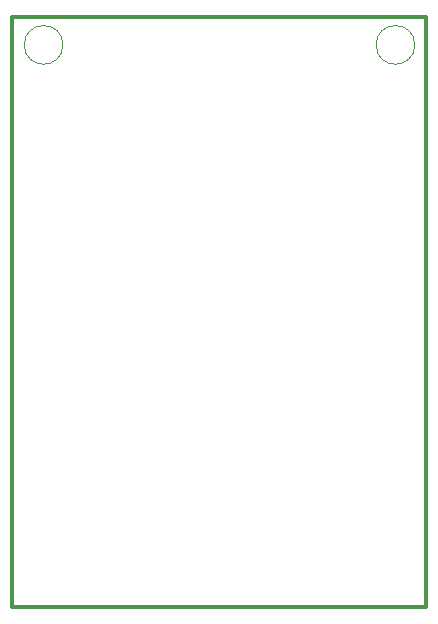
<source format=gm1>
%TF.GenerationSoftware,KiCad,Pcbnew,(5.99.0-12605-g2e120528c8)*%
%TF.CreationDate,2021-09-29T20:44:58+08:00*%
%TF.ProjectId,openmv4,6f70656e-6d76-4342-9e6b-696361645f70,rev?*%
%TF.SameCoordinates,Original*%
%TF.FileFunction,Profile,NP*%
%FSLAX46Y46*%
G04 Gerber Fmt 4.6, Leading zero omitted, Abs format (unit mm)*
G04 Created by KiCad (PCBNEW (5.99.0-12605-g2e120528c8)) date 2021-09-29 20:44:58*
%MOMM*%
%LPD*%
G01*
G04 APERTURE LIST*
%TA.AperFunction,Profile*%
%ADD10C,0.100000*%
%TD*%
%TA.AperFunction,Profile*%
%ADD11C,0.300000*%
%TD*%
G04 APERTURE END LIST*
D10*
X134716772Y-68757800D02*
G75*
G03*
X134716772Y-68757800I-1635886J0D01*
G01*
D11*
X100634800Y-66382800D02*
X135634800Y-66382800D01*
X135634800Y-116382800D02*
X135634800Y-66382800D01*
X100634800Y-116382800D02*
X100634800Y-66382800D01*
X100634800Y-116382800D02*
X135634800Y-116382800D01*
D10*
X104927400Y-68757800D02*
G75*
G03*
X104927400Y-68757800I-1635886J0D01*
G01*
M02*

</source>
